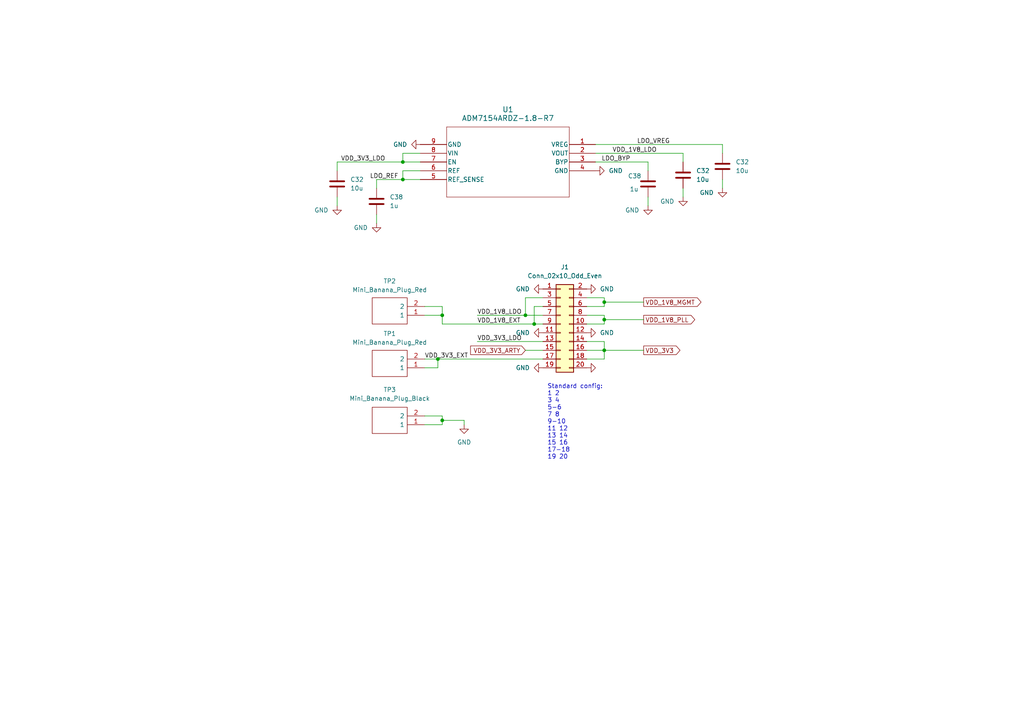
<source format=kicad_sch>
(kicad_sch (version 20230121) (generator eeschema)
  (paper "A4")
  (title_block (title "SKY130_PLL_EVAL_V1") (date "2024-04-05") (rev "v0.1") (company "IIC JKU") (comment 2 "apache.org/licenses/LICENSE-2.0") (comment 3 "License: Apache 2.0") (comment 4 "Author: Patrick Fath"))
  (lib_symbols
    (symbol "ADM7154:ADM7154ARDZ-1.8-R7" (pin_names (offset 0.254))
      (property "Reference" "U" (at 25.4 10.16 0))
      (property "Value" "ADM7154ARDZ-1.8-R7" (at 25.4 7.62 0))
      (symbol "ADM7154ARDZ-1.8-R7_0_1"
        (polyline (pts (xy 7.62 -15.24) (xy 43.18 -15.24)) (stroke (width 0.127)))
        (polyline (pts (xy 7.62 5.08) (xy 7.62 -15.24)) (stroke (width 0.127)))
        (polyline (pts (xy 43.18 -15.24) (xy 43.18 5.08)) (stroke (width 0.127)))
        (polyline (pts (xy 43.18 5.08) (xy 7.62 5.08)) (stroke (width 0.127)))
        (pin power_in line (at 0 0 0) (length 7.62) (name "VREG") (number "1"))
        (pin power_in line (at 0 -2.54 0) (length 7.62) (name "VOUT") (number "2"))
        (pin power_in line (at 0 -5.08 0) (length 7.62) (name "BYP") (number "3"))
        (pin power_out line (at 0 -7.62 0) (length 7.62) (name "GND") (number "4"))
        (pin unspecified line (at 50.8 -10.16 180) (length 7.62) (name "REF_SENSE") (number "5"))
        (pin unspecified line (at 50.8 -7.62 180) (length 7.62) (name "REF") (number "6"))
        (pin input line (at 50.8 -5.08 180) (length 7.62) (name "EN") (number "7"))
        (pin power_in line (at 50.8 -2.54 180) (length 7.62) (name "VIN") (number "8"))
        (pin power_out line (at 50.8 0 180) (length 7.62) (name "GND") (number "9"))
      )
    )
    (symbol "Connector_Generic:Conn_02x10_Odd_Even" (pin_names (offset 1.016) hide)
      (property "Reference" "J" (at 1.27 12.7 0))
      (property "Value" "Conn_02x10_Odd_Even" (at 1.27 -15.24 0))
      (symbol "Conn_02x10_Odd_Even_1_1"
        (rectangle (start -1.27 -12.573) (end 0 -12.827) (stroke (width 0.1524)))
        (rectangle (start -1.27 -10.033) (end 0 -10.287) (stroke (width 0.1524)))
        (rectangle (start -1.27 -7.493) (end 0 -7.747) (stroke (width 0.1524)))
        (rectangle (start -1.27 -4.953) (end 0 -5.207) (stroke (width 0.1524)))
        (rectangle (start -1.27 -2.413) (end 0 -2.667) (stroke (width 0.1524)))
        (rectangle (start -1.27 0.127) (end 0 -0.127) (stroke (width 0.1524)))
        (rectangle (start -1.27 2.667) (end 0 2.413) (stroke (width 0.1524)))
        (rectangle (start -1.27 5.207) (end 0 4.953) (stroke (width 0.1524)))
        (rectangle (start -1.27 7.747) (end 0 7.493) (stroke (width 0.1524)))
        (rectangle (start -1.27 10.287) (end 0 10.033) (stroke (width 0.1524)))
        (rectangle (start -1.27 11.43) (end 3.81 -13.97) (stroke (width 0.254)) (fill (type background)))
        (rectangle (start 3.81 -12.573) (end 2.54 -12.827) (stroke (width 0.1524)))
        (rectangle (start 3.81 -10.033) (end 2.54 -10.287) (stroke (width 0.1524)))
        (rectangle (start 3.81 -7.493) (end 2.54 -7.747) (stroke (width 0.1524)))
        (rectangle (start 3.81 -4.953) (end 2.54 -5.207) (stroke (width 0.1524)))
        (rectangle (start 3.81 -2.413) (end 2.54 -2.667) (stroke (width 0.1524)))
        (rectangle (start 3.81 0.127) (end 2.54 -0.127) (stroke (width 0.1524)))
        (rectangle (start 3.81 2.667) (end 2.54 2.413) (stroke (width 0.1524)))
        (rectangle (start 3.81 5.207) (end 2.54 4.953) (stroke (width 0.1524)))
        (rectangle (start 3.81 7.747) (end 2.54 7.493) (stroke (width 0.1524)))
        (rectangle (start 3.81 10.287) (end 2.54 10.033) (stroke (width 0.1524)))
        (pin passive line (at -5.08 10.16 0) (length 3.81) (name "Pin_1") (number "1"))
        (pin passive line (at 7.62 0 180) (length 3.81) (name "Pin_10") (number "10"))
        (pin passive line (at -5.08 -2.54 0) (length 3.81) (name "Pin_11") (number "11"))
        (pin passive line (at 7.62 -2.54 180) (length 3.81) (name "Pin_12") (number "12"))
        (pin passive line (at -5.08 -5.08 0) (length 3.81) (name "Pin_13") (number "13"))
        (pin passive line (at 7.62 -5.08 180) (length 3.81) (name "Pin_14") (number "14"))
        (pin passive line (at -5.08 -7.62 0) (length 3.81) (name "Pin_15") (number "15"))
        (pin passive line (at 7.62 -7.62 180) (length 3.81) (name "Pin_16") (number "16"))
        (pin passive line (at -5.08 -10.16 0) (length 3.81) (name "Pin_17") (number "17"))
        (pin passive line (at 7.62 -10.16 180) (length 3.81) (name "Pin_18") (number "18"))
        (pin passive line (at -5.08 -12.7 0) (length 3.81) (name "Pin_19") (number "19"))
        (pin passive line (at 7.62 10.16 180) (length 3.81) (name "Pin_2") (number "2"))
        (pin passive line (at 7.62 -12.7 180) (length 3.81) (name "Pin_20") (number "20"))
        (pin passive line (at -5.08 7.62 0) (length 3.81) (name "Pin_3") (number "3"))
        (pin passive line (at 7.62 7.62 180) (length 3.81) (name "Pin_4") (number "4"))
        (pin passive line (at -5.08 5.08 0) (length 3.81) (name "Pin_5") (number "5"))
        (pin passive line (at 7.62 5.08 180) (length 3.81) (name "Pin_6") (number "6"))
        (pin passive line (at -5.08 2.54 0) (length 3.81) (name "Pin_7") (number "7"))
        (pin passive line (at 7.62 2.54 180) (length 3.81) (name "Pin_8") (number "8"))
        (pin passive line (at -5.08 0 0) (length 3.81) (name "Pin_9") (number "9"))
      )
    )
    (symbol "Device:C" (pin_numbers hide) (pin_names (offset 0.254))
      (property "Reference" "C" (at 0.635 2.54 0))
      (property "Value" "C" (at 0.635 -2.54 0))
      (symbol "C_0_1"
        (polyline (pts (xy -2.032 -0.762) (xy 2.032 -0.762)) (stroke (width 0.508)))
        (polyline (pts (xy -2.032 0.762) (xy 2.032 0.762)) (stroke (width 0.508)))
      )
      (symbol "C_1_1"
        (pin passive line (at 0 3.81 270) (length 2.794) (name "~") (number "1"))
        (pin passive line (at 0 -3.81 90) (length 2.794) (name "~") (number "2"))
      )
    )
    (symbol "TO_SENSO1:Mini_Banana_Plug_Black" (pin_names (offset 0.762))
      (property "Reference" "TP" (at 5.08 3.81 0))
      (property "Value" "Mini_Banana_Plug_Black" (at 5.08 -6.35 0))
      (symbol "Mini_Banana_Plug_Black_0_0"
        (pin passive line (at 0 0 0) (length 5.08) (name "1") (number "1"))
        (pin passive line (at 0 -2.54 0) (length 5.08) (name "2") (number "2"))
      )
      (symbol "Mini_Banana_Plug_Black_0_1"
        (polyline (pts (xy 5.08 2.54) (xy 15.24 2.54) (xy 15.24 -5.08) (xy 5.08 -5.08) (xy 5.08 2.54)) (stroke (width 0.1524)))
      )
    )
    (symbol "TO_SENSO1:Mini_Banana_Plug_Red" (pin_names (offset 0.762))
      (property "Reference" "TP" (at 5.08 3.81 0))
      (property "Value" "Mini_Banana_Plug_Red" (at 5.08 -6.35 0))
      (symbol "Mini_Banana_Plug_Red_0_0"
        (pin passive line (at 0 0 0) (length 5.08) (name "1") (number "1"))
        (pin passive line (at 0 -2.54 0) (length 5.08) (name "2") (number "2"))
      )
      (symbol "Mini_Banana_Plug_Red_0_1"
        (polyline (pts (xy 5.08 2.54) (xy 15.24 2.54) (xy 15.24 -5.08) (xy 5.08 -5.08) (xy 5.08 2.54)) (stroke (width 0.1524)))
      )
    )
    (symbol "power:GND" (power) (pin_names (offset 0))
      (property "Value" "GND" (at 0 -3.81 0))
      (symbol "GND_0_1"
        (polyline (pts (xy 0 0) (xy 0 -1.27) (xy 1.27 -1.27) (xy 0 -2.54) (xy -1.27 -1.27) (xy 0 -1.27)))
      )
      (symbol "GND_1_1"
        (pin power_in line (at 0 0 270) (length 0) hide (name "GND") (number "1"))
      )
    )
  )
  (junction (at 175.26 87.63))
  (junction (at 154.94 93.98))
  (junction (at 175.26 92.71))
  (junction (at 152.4 91.44))
  (junction (at 116.84 46.99))
  (junction (at 128.27 121.92))
  (junction (at 127 104.14))
  (junction (at 116.84 52.07))
  (junction (at 175.26 101.6))
  (junction (at 128.27 91.44))
  (wire (pts (xy 170.18 101.6) (xy 175.26 101.6)))
  (wire (pts (xy 175.26 88.9) (xy 175.26 87.63)))
  (wire (pts (xy 170.18 93.98) (xy 175.26 93.98)))
  (wire (pts (xy 152.4 91.44) (xy 157.48 91.44)))
  (wire (pts (xy 157.48 86.36) (xy 152.4 86.36)))
  (wire (pts (xy 175.26 101.6) (xy 175.26 99.06)))
  (wire (pts (xy 175.26 104.14) (xy 175.26 101.6)))
  (wire (pts (xy 97.79 49.53) (xy 97.79 46.99)))
  (wire (pts (xy 128.27 93.98) (xy 154.94 93.98)))
  (wire (pts (xy 175.26 87.63) (xy 175.26 86.36)))
  (wire (pts (xy 175.26 101.6) (xy 186.69 101.6)))
  (wire (pts (xy 138.43 99.06) (xy 157.48 99.06)))
  (wire (pts (xy 187.96 46.99) (xy 172.72 46.99)))
  (wire (pts (xy 109.22 52.07) (xy 109.22 54.61)))
  (wire (pts (xy 170.18 86.36) (xy 175.26 86.36)))
  (wire (pts (xy 116.84 46.99) (xy 116.84 44.45)))
  (wire (pts (xy 154.94 88.9) (xy 157.48 88.9)))
  (wire (pts (xy 97.79 57.15) (xy 97.79 59.69)))
  (wire (pts (xy 127 106.68) (xy 123.19 106.68)))
  (wire (pts (xy 121.92 46.99) (xy 116.84 46.99)))
  (wire (pts (xy 97.79 46.99) (xy 116.84 46.99)))
  (wire (pts (xy 187.96 46.99) (xy 187.96 49.53)))
  (wire (pts (xy 123.19 88.9) (xy 128.27 88.9)))
  (wire (pts (xy 128.27 91.44) (xy 128.27 93.98)))
  (wire (pts (xy 198.12 46.99) (xy 198.12 44.45)))
  (wire (pts (xy 134.62 121.92) (xy 134.62 123.19)))
  (wire (pts (xy 109.22 62.23) (xy 109.22 64.77)))
  (wire (pts (xy 128.27 88.9) (xy 128.27 91.44)))
  (wire (pts (xy 175.26 91.44) (xy 170.18 91.44)))
  (wire (pts (xy 209.55 44.45) (xy 209.55 41.91)))
  (wire (pts (xy 154.94 93.98) (xy 154.94 88.9)))
  (wire (pts (xy 170.18 104.14) (xy 175.26 104.14)))
  (wire (pts (xy 138.43 91.44) (xy 152.4 91.44)))
  (wire (pts (xy 128.27 121.92) (xy 134.62 121.92)))
  (wire (pts (xy 198.12 44.45) (xy 172.72 44.45)))
  (wire (pts (xy 175.26 92.71) (xy 186.69 92.71)))
  (wire (pts (xy 121.92 44.45) (xy 116.84 44.45)))
  (wire (pts (xy 175.26 92.71) (xy 175.26 91.44)))
  (wire (pts (xy 152.4 101.6) (xy 157.48 101.6)))
  (wire (pts (xy 157.48 93.98) (xy 154.94 93.98)))
  (wire (pts (xy 127 104.14) (xy 127 106.68)))
  (wire (pts (xy 116.84 49.53) (xy 116.84 52.07)))
  (wire (pts (xy 175.26 93.98) (xy 175.26 92.71)))
  (wire (pts (xy 175.26 87.63) (xy 186.69 87.63)))
  (wire (pts (xy 152.4 86.36) (xy 152.4 91.44)))
  (wire (pts (xy 123.19 120.65) (xy 128.27 120.65)))
  (wire (pts (xy 170.18 88.9) (xy 175.26 88.9)))
  (wire (pts (xy 123.19 104.14) (xy 127 104.14)))
  (wire (pts (xy 121.92 49.53) (xy 116.84 49.53)))
  (wire (pts (xy 187.96 57.15) (xy 187.96 59.69)))
  (wire (pts (xy 175.26 99.06) (xy 170.18 99.06)))
  (wire (pts (xy 123.19 123.19) (xy 128.27 123.19)))
  (wire (pts (xy 198.12 54.61) (xy 198.12 57.15)))
  (wire (pts (xy 128.27 91.44) (xy 123.19 91.44)))
  (wire (pts (xy 128.27 120.65) (xy 128.27 121.92)))
  (wire (pts (xy 209.55 52.07) (xy 209.55 54.61)))
  (wire (pts (xy 128.27 121.92) (xy 128.27 123.19)))
  (wire (pts (xy 116.84 52.07) (xy 121.92 52.07)))
  (wire (pts (xy 209.55 41.91) (xy 172.72 41.91)))
  (wire (pts (xy 127 104.14) (xy 157.48 104.14)))
  (wire (pts (xy 116.84 52.07) (xy 109.22 52.07)))
  (text "Standard config:\n1 2\n3 4\n5-6\n7 8\n9-10\n11 12\n13 14\n15 16\n17-18\n19 20" (at 158.75 133.35 0) (effects (font (size 1.27 1.27)) (justify left bottom)))
  (label "LDO_BYP" (at 182.88 46.99 180))
  (label "VDD_3V3_LDO" (at 138.43 99.06 0))
  (label "VDD_1V8_LDO" (at 190.5 44.45 180))
  (label "LDO_REF" (at 115.57 52.07 180))
  (label "VDD_1V8_LDO" (at 138.43 91.44 0))
  (label "VDD_3V3_LDO" (at 111.76 46.99 180))
  (label "LDO_VREG" (at 194.31 41.91 180))
  (label "VDD_3V3_EXT" (at 123.19 104.14 0))
  (label "VDD_1V8_EXT" (at 138.43 93.98 0))
  (global_label "VDD_1V8_PLL" (shape output) (at 186.69 92.71 0) (property "Intersheetrefs" "${INTERSHEET_REFS}" (effects hide)))
  (global_label "VDD_3V3_ARTY" (shape input) (at 152.4 101.6 180) (property "Intersheetrefs" "${INTERSHEET_REFS}" (effects hide)))
  (global_label "VDD_1V8_MGMT" (shape output) (at 186.69 87.63 0) (property "Intersheetrefs" "${INTERSHEET_REFS}" (effects hide)))
  (global_label "VDD_3V3" (shape output) (at 186.69 101.6 0) (property "Intersheetrefs" "${INTERSHEET_REFS}" (effects hide)))
  (symbol (lib_id "ADM7154:ADM7154ARDZ-1.8-R7") (at 172.72 41.91 0) (mirror y) (unit 1)
    (property "Reference" "U1" (at 147.32 31.75 0) (effects (font (size 1.524 1.524))))
    (property "Value" "ADM7154ARDZ-1.8-R7" (at 147.32 34.29 0) (effects (font (size 1.524 1.524))))
    (property "Footprint" "ADM7154:RD-8-1_ADI" (effects hide))
    (property "Datasheet" "ADM7154ARDZ-1.8-R7" (effects hide))
  )
  (symbol (lib_id "Device:C") (at 187.96 53.34 0) (mirror y) (unit 1)
    (property "Reference" "C38" (at 182.118 51.054 0) (effects (justify right)))
    (property "Value" "1u" (at 182.626 54.864 0) (effects (justify right)))
    (property "Footprint" "Capacitor_SMD:C_0603_1608Metric" (effects hide))
    (instances (project "to_senso1_eval" (path "" (reference "C38") (unit 1))) (project "SKY130_PLL_eval" (path "" (reference "C17") (unit 1)) (path "" (reference "C3") (unit 1))))
  )
  (symbol (lib_id "Connector_Generic:Conn_02x10_Odd_Even") (at 162.56 93.98 0) (unit 1)
    (property "Reference" "J1" (at 163.83 77.47 0))
    (property "Value" "Conn_02x10_Odd_Even" (at 163.83 80.01 0))
    (property "Footprint" "Connector_PinHeader_2.54mm:PinHeader_2x10_P2.54mm_Vertical_SMD" (effects hide))
  )
  (symbol (lib_id "TO_SENSO1:Mini_Banana_Plug_Black") (at 123.19 123.19 180) (unit 1)
    (property "Reference" "TP3" (at 113.03 113.03 0))
    (property "Value" "Mini_Banana_Plug_Black" (at 113.03 115.57 0))
    (property "Footprint" "TO_SENSO1:930224100" (effects hide))
    (property "Datasheet" "https://at.rs-online.com/web/p/bananenstecker/1559963" (effects hide))
    (property "Description" "SOCKET, 2MM, PCB, PK5, VQ" (effects hide))
    (property "Height" "5.8" (effects hide))
    (property "Manufacturer_Name" "Hirschmann" (effects hide))
    (property "Manufacturer_Part_Number" "930224100" (effects hide))
    (instances (project "SKY130_PLL_eval" (path "" (reference "TP3") (unit 1)) (path "" (reference "TPGND1") (unit 1))))
  )
  (symbol (lib_id "power:GND") (at 170.18 106.68 90) (unit 1)
    (property "Reference" "#PWR03" (effects hide))
    (property "Value" "GND" (effects hide))
    (instances (project "SKY130_PLL_eval" (path "" (reference "#PWR03") (unit 1)) (path "" (reference "#PWR010") (unit 1))))
  )
  (symbol (lib_id "power:GND") (at 170.18 83.82 90) (unit 1)
    (property "Reference" "#PWR04" (effects hide))
    (property "Value" "GND" (at 173.99 83.82 90) (effects (justify right)))
    (instances (project "SKY130_PLL_eval" (path "" (reference "#PWR04") (unit 1)) (path "" (reference "#PWR08") (unit 1))))
  )
  (symbol (lib_id "power:GND") (at 209.55 54.61 0) (unit 1)
    (property "Reference" "#PWR054" (effects hide))
    (property "Value" "GND" (at 207.01 55.8799 0) (effects (justify right)))
    (instances (project "to_senso1_eval" (path "" (reference "#PWR054") (unit 1))) (project "SKY130_PLL_eval" (path "" (reference "#PWR022") (unit 1)) (path "" (reference "#PWR014") (unit 1))))
  )
  (symbol (lib_id "power:GND") (at 198.12 57.15 0) (unit 1)
    (property "Reference" "#PWR054" (effects hide))
    (property "Value" "GND" (at 195.58 58.4199 0) (effects (justify right)))
    (instances (project "to_senso1_eval" (path "" (reference "#PWR054") (unit 1))) (project "SKY130_PLL_eval" (path "" (reference "#PWR023") (unit 1)) (path "" (reference "#PWR013") (unit 1))))
  )
  (symbol (lib_id "Device:C") (at 209.55 48.26 0) (mirror y) (unit 1)
    (property "Reference" "C32" (at 213.36 46.99 0) (effects (justify right)))
    (property "Value" "10u" (at 213.36 49.53 0) (effects (justify right)))
    (property "Footprint" "Capacitor_SMD:C_0603_1608Metric" (effects hide))
    (instances (project "to_senso1_eval" (path "" (reference "C32") (unit 1))) (project "SKY130_PLL_eval" (path "" (reference "C15") (unit 1)) (path "" (reference "C5") (unit 1))))
  )
  (symbol (lib_id "power:GND") (at 170.18 96.52 90) (unit 1)
    (property "Reference" "#PWR06" (effects hide))
    (property "Value" "GND" (at 173.99 96.52 90) (effects (justify right)))
    (instances (project "SKY130_PLL_eval" (path "" (reference "#PWR06") (unit 1)) (path "" (reference "#PWR09") (unit 1))))
  )
  (symbol (lib_id "power:GND") (at 157.48 106.68 270) (unit 1)
    (property "Reference" "#PWR02" (effects hide))
    (property "Value" "GND" (at 153.67 106.68 90) (effects (justify right)))
    (instances (project "SKY130_PLL_eval" (path "" (reference "#PWR02") (unit 1)) (path "" (reference "#PWR07") (unit 1))))
  )
  (symbol (lib_id "power:GND") (at 157.48 83.82 270) (unit 1)
    (property "Reference" "#PWR05" (effects hide))
    (property "Value" "GND" (at 153.67 83.82 90) (effects (justify right)))
  )
  (symbol (lib_id "power:GND") (at 157.48 96.52 270) (unit 1)
    (property "Reference" "#PWR07" (effects hide))
    (property "Value" "GND" (at 153.67 96.52 90) (effects (justify right)))
    (instances (project "SKY130_PLL_eval" (path "" (reference "#PWR07") (unit 1)) (path "" (reference "#PWR06") (unit 1))))
  )
  (symbol (lib_id "Device:C") (at 109.22 58.42 0) (mirror y) (unit 1)
    (property "Reference" "C38" (at 113.03 57.15 0) (effects (justify right)))
    (property "Value" "1u" (at 113.03 59.69 0) (effects (justify right)))
    (property "Footprint" "Capacitor_SMD:C_0603_1608Metric" (effects hide))
    (instances (project "to_senso1_eval" (path "" (reference "C38") (unit 1))) (project "SKY130_PLL_eval" (path "" (reference "C18") (unit 1)) (path "" (reference "C2") (unit 1))))
  )
  (symbol (lib_id "power:GND") (at 109.22 64.77 0) (unit 1)
    (property "Reference" "#PWR060" (effects hide))
    (property "Value" "GND" (at 106.68 66.0399 0) (effects (justify right)))
    (instances (project "to_senso1_eval" (path "" (reference "#PWR060") (unit 1))) (project "SKY130_PLL_eval" (path "" (reference "#PWR025") (unit 1)) (path "" (reference "#PWR02") (unit 1))))
  )
  (symbol (lib_id "Device:C") (at 97.79 53.34 0) (mirror y) (unit 1)
    (property "Reference" "C32" (at 101.6 52.07 0) (effects (justify right)))
    (property "Value" "10u" (at 101.6 54.61 0) (effects (justify right)))
    (property "Footprint" "Capacitor_SMD:C_0603_1608Metric" (effects hide))
    (instances (project "to_senso1_eval" (path "" (reference "C32") (unit 1))) (project "SKY130_PLL_eval" (path "" (reference "C19") (unit 1)) (path "" (reference "C1") (unit 1))))
  )
  (symbol (lib_id "power:GND") (at 97.79 59.69 0) (unit 1)
    (property "Reference" "#PWR054" (effects hide))
    (property "Value" "GND" (at 95.25 60.9599 0) (effects (justify right)))
    (instances (project "to_senso1_eval" (path "" (reference "#PWR054") (unit 1))) (project "SKY130_PLL_eval" (path "" (reference "#PWR026") (unit 1)) (path "" (reference "#PWR01") (unit 1))))
  )
  (symbol (lib_id "power:GND") (at 172.72 49.53 90) (mirror x) (unit 1)
    (property "Reference" "#PWR027" (effects hide))
    (property "Value" "GND" (at 176.53 49.53 90) (effects (justify right)))
    (instances (project "SKY130_PLL_eval" (path "" (reference "#PWR027") (unit 1)) (path "" (reference "#PWR011") (unit 1))))
  )
  (symbol (lib_id "power:GND") (at 187.96 59.69 0) (unit 1)
    (property "Reference" "#PWR060" (effects hide))
    (property "Value" "GND" (at 185.42 60.9599 0) (effects (justify right)))
    (instances (project "to_senso1_eval" (path "" (reference "#PWR060") (unit 1))) (project "SKY130_PLL_eval" (path "" (reference "#PWR024") (unit 1)) (path "" (reference "#PWR012") (unit 1))))
  )
  (symbol (lib_id "Device:C") (at 198.12 50.8 0) (mirror y) (unit 1)
    (property "Reference" "C32" (at 201.93 49.53 0) (effects (justify right)))
    (property "Value" "10u" (at 201.93 52.07 0) (effects (justify right)))
    (property "Footprint" "Capacitor_SMD:C_0603_1608Metric" (effects hide))
    (instances (project "to_senso1_eval" (path "" (reference "C32") (unit 1))) (project "SKY130_PLL_eval" (path "" (reference "C16") (unit 1)) (path "" (reference "C4") (unit 1))))
  )
  (symbol (lib_id "TO_SENSO1:Mini_Banana_Plug_Red") (at 123.19 91.44 180) (unit 1)
    (property "Reference" "TP2" (at 113.03 81.534 0))
    (property "Value" "Mini_Banana_Plug_Red" (at 113.03 84.074 0))
    (property "Footprint" "TO_SENSO1:930224101" (effects hide))
    (property "Datasheet" "https://at.rs-online.com/web/p/bananenstecker/1559957" (effects hide))
    (property "Description" "Hirschmann Test & Measurement Red Female Banana Plug - Solder, 60V dc" (effects hide))
    (property "Height" "5.8" (effects hide))
    (property "Manufacturer_Name" "Hirschmann" (effects hide))
    (property "Manufacturer_Part_Number" "930224101" (effects hide))
    (instances (project "SKY130_PLL_eval" (path "" (reference "TP2") (unit 1)) (path "" (reference "TP1V8") (unit 1))))
  )
  (symbol (lib_id "power:GND") (at 134.62 123.19 0) (unit 1)
    (property "Reference" "#PWR01" (effects hide))
    (property "Value" "GND" (at 134.62 128.27 0))
    (instances (project "SKY130_PLL_eval" (path "" (reference "#PWR01") (unit 1)) (path "" (reference "#PWR04") (unit 1))))
  )
  (symbol (lib_id "power:GND") (at 121.92 41.91 270) (mirror x) (unit 1)
    (property "Reference" "#PWR028" (effects hide))
    (property "Value" "GND" (at 118.11 41.91 90) (effects (justify right)))
    (instances (project "SKY130_PLL_eval" (path "" (reference "#PWR028") (unit 1)) (path "" (reference "#PWR03") (unit 1))))
  )
  (symbol (lib_id "TO_SENSO1:Mini_Banana_Plug_Red") (at 123.19 106.68 180) (unit 1)
    (property "Reference" "TP1" (at 113.03 96.774 0))
    (property "Value" "Mini_Banana_Plug_Red" (at 113.03 99.314 0))
    (property "Footprint" "TO_SENSO1:930224101" (effects hide))
    (property "Datasheet" "https://at.rs-online.com/web/p/bananenstecker/1559957" (effects hide))
    (property "Description" "Hirschmann Test & Measurement Red Female Banana Plug - Solder, 60V dc" (effects hide))
    (property "Height" "5.8" (effects hide))
    (property "Manufacturer_Name" "Hirschmann" (effects hide))
    (property "Manufacturer_Part_Number" "930224101" (effects hide))
    (instances (project "SKY130_PLL_eval" (path "" (reference "TP1") (unit 1)) (path "" (reference "TP3V3") (unit 1))))
  )
)
</source>
